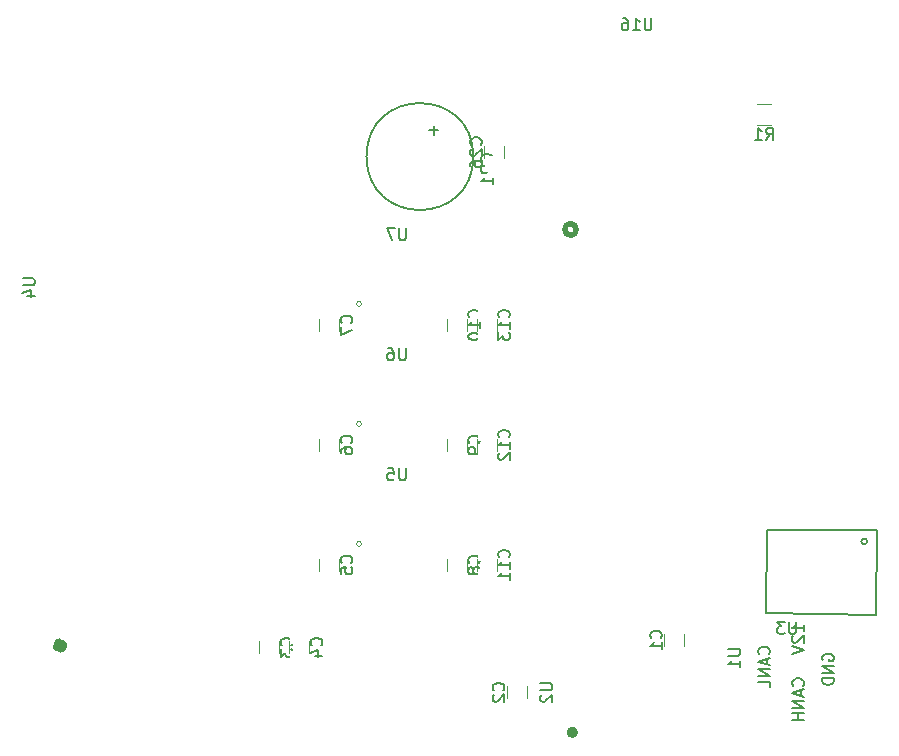
<source format=gbr>
G04 #@! TF.FileFunction,Legend,Bot*
%FSLAX46Y46*%
G04 Gerber Fmt 4.6, Leading zero omitted, Abs format (unit mm)*
G04 Created by KiCad (PCBNEW 4.0.6) date 06/14/17 00:59:11*
%MOMM*%
%LPD*%
G01*
G04 APERTURE LIST*
%ADD10C,0.100000*%
%ADD11C,0.120000*%
%ADD12C,0.150000*%
%ADD13C,0.500000*%
%ADD14C,1.000000*%
%ADD15R,1.650000X1.400000*%
%ADD16C,1.600000*%
%ADD17R,1.100000X1.700000*%
%ADD18C,1.924000*%
%ADD19R,1.700000X1.000000*%
%ADD20C,1.800000*%
%ADD21R,1.800000X0.750000*%
%ADD22R,2.381000X0.933000*%
G04 APERTURE END LIST*
D10*
D11*
X95670000Y-137025000D02*
X95670000Y-136025000D01*
X97370000Y-136025000D02*
X97370000Y-137025000D01*
X82335000Y-141470000D02*
X82335000Y-140470000D01*
X84035000Y-140470000D02*
X84035000Y-141470000D01*
X63080000Y-136660000D02*
X63080000Y-137660000D01*
X61380000Y-137660000D02*
X61380000Y-136660000D01*
X65620000Y-136660000D02*
X65620000Y-137660000D01*
X63920000Y-137660000D02*
X63920000Y-136660000D01*
X68160000Y-129675000D02*
X68160000Y-130675000D01*
X66460000Y-130675000D02*
X66460000Y-129675000D01*
X68160000Y-119515000D02*
X68160000Y-120515000D01*
X66460000Y-120515000D02*
X66460000Y-119515000D01*
X68160000Y-109355000D02*
X68160000Y-110355000D01*
X66460000Y-110355000D02*
X66460000Y-109355000D01*
X78955000Y-129675000D02*
X78955000Y-130675000D01*
X77255000Y-130675000D02*
X77255000Y-129675000D01*
X78955000Y-119515000D02*
X78955000Y-120515000D01*
X77255000Y-120515000D02*
X77255000Y-119515000D01*
X78955000Y-109355000D02*
X78955000Y-110355000D01*
X77255000Y-110355000D02*
X77255000Y-109355000D01*
X81495000Y-129675000D02*
X81495000Y-130675000D01*
X79795000Y-130675000D02*
X79795000Y-129675000D01*
X81495000Y-119515000D02*
X81495000Y-120515000D01*
X79795000Y-120515000D02*
X79795000Y-119515000D01*
X81495000Y-109355000D02*
X81495000Y-110355000D01*
X79795000Y-110355000D02*
X79795000Y-109355000D01*
X80430000Y-95750000D02*
X80430000Y-94750000D01*
X82130000Y-94750000D02*
X82130000Y-95750000D01*
D12*
X79505495Y-95605600D02*
G75*
G03X79505495Y-95605600I-4524695J0D01*
G01*
D11*
X104740000Y-91195000D02*
X103540000Y-91195000D01*
X103540000Y-92955000D02*
X104740000Y-92955000D01*
D13*
X88118176Y-144348200D02*
G75*
G03X88118176Y-144348200I-234176J0D01*
G01*
D12*
X104368600Y-127228600D02*
X113639600Y-127228600D01*
X113639600Y-127228600D02*
X113614200Y-134416800D01*
X113614200Y-134416800D02*
X104267000Y-134239000D01*
X104267000Y-134239000D02*
X104343200Y-127381000D01*
X104343200Y-127381000D02*
X104444800Y-127203200D01*
X112839166Y-128193800D02*
G75*
G03X112839166Y-128193800I-240966J0D01*
G01*
D14*
X44614392Y-137007600D02*
G75*
G03X44614392Y-137007600I-113592J0D01*
G01*
D10*
X70040126Y-128397000D02*
G75*
G03X70040126Y-128397000I-215526J0D01*
G01*
X70040126Y-118237000D02*
G75*
G03X70040126Y-118237000I-215526J0D01*
G01*
X70040126Y-108077000D02*
G75*
G03X70040126Y-108077000I-215526J0D01*
G01*
D13*
X88220179Y-101777800D02*
G75*
G03X88220179Y-101777800I-488579J0D01*
G01*
D12*
X95377143Y-136358334D02*
X95424762Y-136310715D01*
X95472381Y-136167858D01*
X95472381Y-136072620D01*
X95424762Y-135929762D01*
X95329524Y-135834524D01*
X95234286Y-135786905D01*
X95043810Y-135739286D01*
X94900952Y-135739286D01*
X94710476Y-135786905D01*
X94615238Y-135834524D01*
X94520000Y-135929762D01*
X94472381Y-136072620D01*
X94472381Y-136167858D01*
X94520000Y-136310715D01*
X94567619Y-136358334D01*
X95472381Y-137310715D02*
X95472381Y-136739286D01*
X95472381Y-137025000D02*
X94472381Y-137025000D01*
X94615238Y-136929762D01*
X94710476Y-136834524D01*
X94758095Y-136739286D01*
X82042143Y-140803334D02*
X82089762Y-140755715D01*
X82137381Y-140612858D01*
X82137381Y-140517620D01*
X82089762Y-140374762D01*
X81994524Y-140279524D01*
X81899286Y-140231905D01*
X81708810Y-140184286D01*
X81565952Y-140184286D01*
X81375476Y-140231905D01*
X81280238Y-140279524D01*
X81185000Y-140374762D01*
X81137381Y-140517620D01*
X81137381Y-140612858D01*
X81185000Y-140755715D01*
X81232619Y-140803334D01*
X81232619Y-141184286D02*
X81185000Y-141231905D01*
X81137381Y-141327143D01*
X81137381Y-141565239D01*
X81185000Y-141660477D01*
X81232619Y-141708096D01*
X81327857Y-141755715D01*
X81423095Y-141755715D01*
X81565952Y-141708096D01*
X82137381Y-141136667D01*
X82137381Y-141755715D01*
X64087143Y-136993334D02*
X64134762Y-136945715D01*
X64182381Y-136802858D01*
X64182381Y-136707620D01*
X64134762Y-136564762D01*
X64039524Y-136469524D01*
X63944286Y-136421905D01*
X63753810Y-136374286D01*
X63610952Y-136374286D01*
X63420476Y-136421905D01*
X63325238Y-136469524D01*
X63230000Y-136564762D01*
X63182381Y-136707620D01*
X63182381Y-136802858D01*
X63230000Y-136945715D01*
X63277619Y-136993334D01*
X63182381Y-137326667D02*
X63182381Y-137945715D01*
X63563333Y-137612381D01*
X63563333Y-137755239D01*
X63610952Y-137850477D01*
X63658571Y-137898096D01*
X63753810Y-137945715D01*
X63991905Y-137945715D01*
X64087143Y-137898096D01*
X64134762Y-137850477D01*
X64182381Y-137755239D01*
X64182381Y-137469524D01*
X64134762Y-137374286D01*
X64087143Y-137326667D01*
X66627143Y-136993334D02*
X66674762Y-136945715D01*
X66722381Y-136802858D01*
X66722381Y-136707620D01*
X66674762Y-136564762D01*
X66579524Y-136469524D01*
X66484286Y-136421905D01*
X66293810Y-136374286D01*
X66150952Y-136374286D01*
X65960476Y-136421905D01*
X65865238Y-136469524D01*
X65770000Y-136564762D01*
X65722381Y-136707620D01*
X65722381Y-136802858D01*
X65770000Y-136945715D01*
X65817619Y-136993334D01*
X66055714Y-137850477D02*
X66722381Y-137850477D01*
X65674762Y-137612381D02*
X66389048Y-137374286D01*
X66389048Y-137993334D01*
X69167143Y-130008334D02*
X69214762Y-129960715D01*
X69262381Y-129817858D01*
X69262381Y-129722620D01*
X69214762Y-129579762D01*
X69119524Y-129484524D01*
X69024286Y-129436905D01*
X68833810Y-129389286D01*
X68690952Y-129389286D01*
X68500476Y-129436905D01*
X68405238Y-129484524D01*
X68310000Y-129579762D01*
X68262381Y-129722620D01*
X68262381Y-129817858D01*
X68310000Y-129960715D01*
X68357619Y-130008334D01*
X68262381Y-130913096D02*
X68262381Y-130436905D01*
X68738571Y-130389286D01*
X68690952Y-130436905D01*
X68643333Y-130532143D01*
X68643333Y-130770239D01*
X68690952Y-130865477D01*
X68738571Y-130913096D01*
X68833810Y-130960715D01*
X69071905Y-130960715D01*
X69167143Y-130913096D01*
X69214762Y-130865477D01*
X69262381Y-130770239D01*
X69262381Y-130532143D01*
X69214762Y-130436905D01*
X69167143Y-130389286D01*
X69167143Y-119848334D02*
X69214762Y-119800715D01*
X69262381Y-119657858D01*
X69262381Y-119562620D01*
X69214762Y-119419762D01*
X69119524Y-119324524D01*
X69024286Y-119276905D01*
X68833810Y-119229286D01*
X68690952Y-119229286D01*
X68500476Y-119276905D01*
X68405238Y-119324524D01*
X68310000Y-119419762D01*
X68262381Y-119562620D01*
X68262381Y-119657858D01*
X68310000Y-119800715D01*
X68357619Y-119848334D01*
X68262381Y-120705477D02*
X68262381Y-120515000D01*
X68310000Y-120419762D01*
X68357619Y-120372143D01*
X68500476Y-120276905D01*
X68690952Y-120229286D01*
X69071905Y-120229286D01*
X69167143Y-120276905D01*
X69214762Y-120324524D01*
X69262381Y-120419762D01*
X69262381Y-120610239D01*
X69214762Y-120705477D01*
X69167143Y-120753096D01*
X69071905Y-120800715D01*
X68833810Y-120800715D01*
X68738571Y-120753096D01*
X68690952Y-120705477D01*
X68643333Y-120610239D01*
X68643333Y-120419762D01*
X68690952Y-120324524D01*
X68738571Y-120276905D01*
X68833810Y-120229286D01*
X69167143Y-109688334D02*
X69214762Y-109640715D01*
X69262381Y-109497858D01*
X69262381Y-109402620D01*
X69214762Y-109259762D01*
X69119524Y-109164524D01*
X69024286Y-109116905D01*
X68833810Y-109069286D01*
X68690952Y-109069286D01*
X68500476Y-109116905D01*
X68405238Y-109164524D01*
X68310000Y-109259762D01*
X68262381Y-109402620D01*
X68262381Y-109497858D01*
X68310000Y-109640715D01*
X68357619Y-109688334D01*
X68262381Y-110021667D02*
X68262381Y-110688334D01*
X69262381Y-110259762D01*
X79962143Y-130008334D02*
X80009762Y-129960715D01*
X80057381Y-129817858D01*
X80057381Y-129722620D01*
X80009762Y-129579762D01*
X79914524Y-129484524D01*
X79819286Y-129436905D01*
X79628810Y-129389286D01*
X79485952Y-129389286D01*
X79295476Y-129436905D01*
X79200238Y-129484524D01*
X79105000Y-129579762D01*
X79057381Y-129722620D01*
X79057381Y-129817858D01*
X79105000Y-129960715D01*
X79152619Y-130008334D01*
X79485952Y-130579762D02*
X79438333Y-130484524D01*
X79390714Y-130436905D01*
X79295476Y-130389286D01*
X79247857Y-130389286D01*
X79152619Y-130436905D01*
X79105000Y-130484524D01*
X79057381Y-130579762D01*
X79057381Y-130770239D01*
X79105000Y-130865477D01*
X79152619Y-130913096D01*
X79247857Y-130960715D01*
X79295476Y-130960715D01*
X79390714Y-130913096D01*
X79438333Y-130865477D01*
X79485952Y-130770239D01*
X79485952Y-130579762D01*
X79533571Y-130484524D01*
X79581190Y-130436905D01*
X79676429Y-130389286D01*
X79866905Y-130389286D01*
X79962143Y-130436905D01*
X80009762Y-130484524D01*
X80057381Y-130579762D01*
X80057381Y-130770239D01*
X80009762Y-130865477D01*
X79962143Y-130913096D01*
X79866905Y-130960715D01*
X79676429Y-130960715D01*
X79581190Y-130913096D01*
X79533571Y-130865477D01*
X79485952Y-130770239D01*
X79962143Y-119848334D02*
X80009762Y-119800715D01*
X80057381Y-119657858D01*
X80057381Y-119562620D01*
X80009762Y-119419762D01*
X79914524Y-119324524D01*
X79819286Y-119276905D01*
X79628810Y-119229286D01*
X79485952Y-119229286D01*
X79295476Y-119276905D01*
X79200238Y-119324524D01*
X79105000Y-119419762D01*
X79057381Y-119562620D01*
X79057381Y-119657858D01*
X79105000Y-119800715D01*
X79152619Y-119848334D01*
X80057381Y-120324524D02*
X80057381Y-120515000D01*
X80009762Y-120610239D01*
X79962143Y-120657858D01*
X79819286Y-120753096D01*
X79628810Y-120800715D01*
X79247857Y-120800715D01*
X79152619Y-120753096D01*
X79105000Y-120705477D01*
X79057381Y-120610239D01*
X79057381Y-120419762D01*
X79105000Y-120324524D01*
X79152619Y-120276905D01*
X79247857Y-120229286D01*
X79485952Y-120229286D01*
X79581190Y-120276905D01*
X79628810Y-120324524D01*
X79676429Y-120419762D01*
X79676429Y-120610239D01*
X79628810Y-120705477D01*
X79581190Y-120753096D01*
X79485952Y-120800715D01*
X79962143Y-109212143D02*
X80009762Y-109164524D01*
X80057381Y-109021667D01*
X80057381Y-108926429D01*
X80009762Y-108783571D01*
X79914524Y-108688333D01*
X79819286Y-108640714D01*
X79628810Y-108593095D01*
X79485952Y-108593095D01*
X79295476Y-108640714D01*
X79200238Y-108688333D01*
X79105000Y-108783571D01*
X79057381Y-108926429D01*
X79057381Y-109021667D01*
X79105000Y-109164524D01*
X79152619Y-109212143D01*
X80057381Y-110164524D02*
X80057381Y-109593095D01*
X80057381Y-109878809D02*
X79057381Y-109878809D01*
X79200238Y-109783571D01*
X79295476Y-109688333D01*
X79343095Y-109593095D01*
X79057381Y-110783571D02*
X79057381Y-110878810D01*
X79105000Y-110974048D01*
X79152619Y-111021667D01*
X79247857Y-111069286D01*
X79438333Y-111116905D01*
X79676429Y-111116905D01*
X79866905Y-111069286D01*
X79962143Y-111021667D01*
X80009762Y-110974048D01*
X80057381Y-110878810D01*
X80057381Y-110783571D01*
X80009762Y-110688333D01*
X79962143Y-110640714D01*
X79866905Y-110593095D01*
X79676429Y-110545476D01*
X79438333Y-110545476D01*
X79247857Y-110593095D01*
X79152619Y-110640714D01*
X79105000Y-110688333D01*
X79057381Y-110783571D01*
X82502143Y-129532143D02*
X82549762Y-129484524D01*
X82597381Y-129341667D01*
X82597381Y-129246429D01*
X82549762Y-129103571D01*
X82454524Y-129008333D01*
X82359286Y-128960714D01*
X82168810Y-128913095D01*
X82025952Y-128913095D01*
X81835476Y-128960714D01*
X81740238Y-129008333D01*
X81645000Y-129103571D01*
X81597381Y-129246429D01*
X81597381Y-129341667D01*
X81645000Y-129484524D01*
X81692619Y-129532143D01*
X82597381Y-130484524D02*
X82597381Y-129913095D01*
X82597381Y-130198809D02*
X81597381Y-130198809D01*
X81740238Y-130103571D01*
X81835476Y-130008333D01*
X81883095Y-129913095D01*
X82597381Y-131436905D02*
X82597381Y-130865476D01*
X82597381Y-131151190D02*
X81597381Y-131151190D01*
X81740238Y-131055952D01*
X81835476Y-130960714D01*
X81883095Y-130865476D01*
X82502143Y-119372143D02*
X82549762Y-119324524D01*
X82597381Y-119181667D01*
X82597381Y-119086429D01*
X82549762Y-118943571D01*
X82454524Y-118848333D01*
X82359286Y-118800714D01*
X82168810Y-118753095D01*
X82025952Y-118753095D01*
X81835476Y-118800714D01*
X81740238Y-118848333D01*
X81645000Y-118943571D01*
X81597381Y-119086429D01*
X81597381Y-119181667D01*
X81645000Y-119324524D01*
X81692619Y-119372143D01*
X82597381Y-120324524D02*
X82597381Y-119753095D01*
X82597381Y-120038809D02*
X81597381Y-120038809D01*
X81740238Y-119943571D01*
X81835476Y-119848333D01*
X81883095Y-119753095D01*
X81692619Y-120705476D02*
X81645000Y-120753095D01*
X81597381Y-120848333D01*
X81597381Y-121086429D01*
X81645000Y-121181667D01*
X81692619Y-121229286D01*
X81787857Y-121276905D01*
X81883095Y-121276905D01*
X82025952Y-121229286D01*
X82597381Y-120657857D01*
X82597381Y-121276905D01*
X82502143Y-109212143D02*
X82549762Y-109164524D01*
X82597381Y-109021667D01*
X82597381Y-108926429D01*
X82549762Y-108783571D01*
X82454524Y-108688333D01*
X82359286Y-108640714D01*
X82168810Y-108593095D01*
X82025952Y-108593095D01*
X81835476Y-108640714D01*
X81740238Y-108688333D01*
X81645000Y-108783571D01*
X81597381Y-108926429D01*
X81597381Y-109021667D01*
X81645000Y-109164524D01*
X81692619Y-109212143D01*
X82597381Y-110164524D02*
X82597381Y-109593095D01*
X82597381Y-109878809D02*
X81597381Y-109878809D01*
X81740238Y-109783571D01*
X81835476Y-109688333D01*
X81883095Y-109593095D01*
X81597381Y-110497857D02*
X81597381Y-111116905D01*
X81978333Y-110783571D01*
X81978333Y-110926429D01*
X82025952Y-111021667D01*
X82073571Y-111069286D01*
X82168810Y-111116905D01*
X82406905Y-111116905D01*
X82502143Y-111069286D01*
X82549762Y-111021667D01*
X82597381Y-110926429D01*
X82597381Y-110640714D01*
X82549762Y-110545476D01*
X82502143Y-110497857D01*
X80137143Y-94607143D02*
X80184762Y-94559524D01*
X80232381Y-94416667D01*
X80232381Y-94321429D01*
X80184762Y-94178571D01*
X80089524Y-94083333D01*
X79994286Y-94035714D01*
X79803810Y-93988095D01*
X79660952Y-93988095D01*
X79470476Y-94035714D01*
X79375238Y-94083333D01*
X79280000Y-94178571D01*
X79232381Y-94321429D01*
X79232381Y-94416667D01*
X79280000Y-94559524D01*
X79327619Y-94607143D01*
X79327619Y-94988095D02*
X79280000Y-95035714D01*
X79232381Y-95130952D01*
X79232381Y-95369048D01*
X79280000Y-95464286D01*
X79327619Y-95511905D01*
X79422857Y-95559524D01*
X79518095Y-95559524D01*
X79660952Y-95511905D01*
X80232381Y-94940476D01*
X80232381Y-95559524D01*
X79232381Y-96416667D02*
X79232381Y-96226190D01*
X79280000Y-96130952D01*
X79327619Y-96083333D01*
X79470476Y-95988095D01*
X79660952Y-95940476D01*
X80041905Y-95940476D01*
X80137143Y-95988095D01*
X80184762Y-96035714D01*
X80232381Y-96130952D01*
X80232381Y-96321429D01*
X80184762Y-96416667D01*
X80137143Y-96464286D01*
X80041905Y-96511905D01*
X79803810Y-96511905D01*
X79708571Y-96464286D01*
X79660952Y-96416667D01*
X79613333Y-96321429D01*
X79613333Y-96130952D01*
X79660952Y-96035714D01*
X79708571Y-95988095D01*
X79803810Y-95940476D01*
X81078343Y-96005734D02*
X81125962Y-95958115D01*
X81173581Y-95815258D01*
X81173581Y-95720020D01*
X81125962Y-95577162D01*
X81030724Y-95481924D01*
X80935486Y-95434305D01*
X80745010Y-95386686D01*
X80602152Y-95386686D01*
X80411676Y-95434305D01*
X80316438Y-95481924D01*
X80221200Y-95577162D01*
X80173581Y-95720020D01*
X80173581Y-95815258D01*
X80221200Y-95958115D01*
X80268819Y-96005734D01*
X81173581Y-96434305D02*
X80173581Y-96434305D01*
X80173581Y-96815258D01*
X80221200Y-96910496D01*
X80268819Y-96958115D01*
X80364057Y-97005734D01*
X80506914Y-97005734D01*
X80602152Y-96958115D01*
X80649771Y-96910496D01*
X80697390Y-96815258D01*
X80697390Y-96434305D01*
X81173581Y-97958115D02*
X81173581Y-97386686D01*
X81173581Y-97672400D02*
X80173581Y-97672400D01*
X80316438Y-97577162D01*
X80411676Y-97481924D01*
X80459295Y-97386686D01*
X76144429Y-93014848D02*
X76144429Y-93776753D01*
X76525381Y-93395801D02*
X75763476Y-93395801D01*
X104306666Y-94177381D02*
X104640000Y-93701190D01*
X104878095Y-94177381D02*
X104878095Y-93177381D01*
X104497142Y-93177381D01*
X104401904Y-93225000D01*
X104354285Y-93272619D01*
X104306666Y-93367857D01*
X104306666Y-93510714D01*
X104354285Y-93605952D01*
X104401904Y-93653571D01*
X104497142Y-93701190D01*
X104878095Y-93701190D01*
X103354285Y-94177381D02*
X103925714Y-94177381D01*
X103640000Y-94177381D02*
X103640000Y-93177381D01*
X103735238Y-93320238D01*
X103830476Y-93415476D01*
X103925714Y-93463095D01*
X101103181Y-137287095D02*
X101912705Y-137287095D01*
X102007943Y-137334714D01*
X102055562Y-137382333D01*
X102103181Y-137477571D01*
X102103181Y-137668048D01*
X102055562Y-137763286D01*
X102007943Y-137810905D01*
X101912705Y-137858524D01*
X101103181Y-137858524D01*
X102103181Y-138858524D02*
X102103181Y-138287095D01*
X102103181Y-138572809D02*
X101103181Y-138572809D01*
X101246038Y-138477571D01*
X101341276Y-138382333D01*
X101388895Y-138287095D01*
X109075600Y-138252296D02*
X109027981Y-138157058D01*
X109027981Y-138014201D01*
X109075600Y-137871343D01*
X109170838Y-137776105D01*
X109266076Y-137728486D01*
X109456552Y-137680867D01*
X109599410Y-137680867D01*
X109789886Y-137728486D01*
X109885124Y-137776105D01*
X109980362Y-137871343D01*
X110027981Y-138014201D01*
X110027981Y-138109439D01*
X109980362Y-138252296D01*
X109932743Y-138299915D01*
X109599410Y-138299915D01*
X109599410Y-138109439D01*
X110027981Y-138728486D02*
X109027981Y-138728486D01*
X110027981Y-139299915D01*
X109027981Y-139299915D01*
X110027981Y-139776105D02*
X109027981Y-139776105D01*
X109027981Y-140014200D01*
X109075600Y-140157058D01*
X109170838Y-140252296D01*
X109266076Y-140299915D01*
X109456552Y-140347534D01*
X109599410Y-140347534D01*
X109789886Y-140299915D01*
X109885124Y-140252296D01*
X109980362Y-140157058D01*
X110027981Y-140014200D01*
X110027981Y-139776105D01*
X107462581Y-135804353D02*
X107462581Y-135232924D01*
X107462581Y-135518638D02*
X106462581Y-135518638D01*
X106605438Y-135423400D01*
X106700676Y-135328162D01*
X106748295Y-135232924D01*
X106557819Y-136185305D02*
X106510200Y-136232924D01*
X106462581Y-136328162D01*
X106462581Y-136566258D01*
X106510200Y-136661496D01*
X106557819Y-136709115D01*
X106653057Y-136756734D01*
X106748295Y-136756734D01*
X106891152Y-136709115D01*
X107462581Y-136137686D01*
X107462581Y-136756734D01*
X106462581Y-137042448D02*
X107462581Y-137375781D01*
X106462581Y-137709115D01*
X107418143Y-140412934D02*
X107465762Y-140365315D01*
X107513381Y-140222458D01*
X107513381Y-140127220D01*
X107465762Y-139984362D01*
X107370524Y-139889124D01*
X107275286Y-139841505D01*
X107084810Y-139793886D01*
X106941952Y-139793886D01*
X106751476Y-139841505D01*
X106656238Y-139889124D01*
X106561000Y-139984362D01*
X106513381Y-140127220D01*
X106513381Y-140222458D01*
X106561000Y-140365315D01*
X106608619Y-140412934D01*
X107227667Y-140793886D02*
X107227667Y-141270077D01*
X107513381Y-140698648D02*
X106513381Y-141031981D01*
X107513381Y-141365315D01*
X107513381Y-141698648D02*
X106513381Y-141698648D01*
X107513381Y-142270077D01*
X106513381Y-142270077D01*
X107513381Y-142746267D02*
X106513381Y-142746267D01*
X106989571Y-142746267D02*
X106989571Y-143317696D01*
X107513381Y-143317696D02*
X106513381Y-143317696D01*
X104522543Y-137737981D02*
X104570162Y-137690362D01*
X104617781Y-137547505D01*
X104617781Y-137452267D01*
X104570162Y-137309409D01*
X104474924Y-137214171D01*
X104379686Y-137166552D01*
X104189210Y-137118933D01*
X104046352Y-137118933D01*
X103855876Y-137166552D01*
X103760638Y-137214171D01*
X103665400Y-137309409D01*
X103617781Y-137452267D01*
X103617781Y-137547505D01*
X103665400Y-137690362D01*
X103713019Y-137737981D01*
X104332067Y-138118933D02*
X104332067Y-138595124D01*
X104617781Y-138023695D02*
X103617781Y-138357028D01*
X104617781Y-138690362D01*
X104617781Y-139023695D02*
X103617781Y-139023695D01*
X104617781Y-139595124D01*
X103617781Y-139595124D01*
X104617781Y-140547505D02*
X104617781Y-140071314D01*
X103617781Y-140071314D01*
X85177381Y-140208095D02*
X85986905Y-140208095D01*
X86082143Y-140255714D01*
X86129762Y-140303333D01*
X86177381Y-140398571D01*
X86177381Y-140589048D01*
X86129762Y-140684286D01*
X86082143Y-140731905D01*
X85986905Y-140779524D01*
X85177381Y-140779524D01*
X85272619Y-141208095D02*
X85225000Y-141255714D01*
X85177381Y-141350952D01*
X85177381Y-141589048D01*
X85225000Y-141684286D01*
X85272619Y-141731905D01*
X85367857Y-141779524D01*
X85463095Y-141779524D01*
X85605952Y-141731905D01*
X86177381Y-141160476D01*
X86177381Y-141779524D01*
X106806905Y-135012181D02*
X106806905Y-135821705D01*
X106759286Y-135916943D01*
X106711667Y-135964562D01*
X106616429Y-136012181D01*
X106425952Y-136012181D01*
X106330714Y-135964562D01*
X106283095Y-135916943D01*
X106235476Y-135821705D01*
X106235476Y-135012181D01*
X105854524Y-135012181D02*
X105235476Y-135012181D01*
X105568810Y-135393133D01*
X105425952Y-135393133D01*
X105330714Y-135440752D01*
X105283095Y-135488371D01*
X105235476Y-135583610D01*
X105235476Y-135821705D01*
X105283095Y-135916943D01*
X105330714Y-135964562D01*
X105425952Y-136012181D01*
X105711667Y-136012181D01*
X105806905Y-135964562D01*
X105854524Y-135916943D01*
X41362381Y-105918095D02*
X42171905Y-105918095D01*
X42267143Y-105965714D01*
X42314762Y-106013333D01*
X42362381Y-106108571D01*
X42362381Y-106299048D01*
X42314762Y-106394286D01*
X42267143Y-106441905D01*
X42171905Y-106489524D01*
X41362381Y-106489524D01*
X41695714Y-107394286D02*
X42362381Y-107394286D01*
X41314762Y-107156190D02*
X42029048Y-106918095D01*
X42029048Y-107537143D01*
X73786905Y-122007381D02*
X73786905Y-122816905D01*
X73739286Y-122912143D01*
X73691667Y-122959762D01*
X73596429Y-123007381D01*
X73405952Y-123007381D01*
X73310714Y-122959762D01*
X73263095Y-122912143D01*
X73215476Y-122816905D01*
X73215476Y-122007381D01*
X72263095Y-122007381D02*
X72739286Y-122007381D01*
X72786905Y-122483571D01*
X72739286Y-122435952D01*
X72644048Y-122388333D01*
X72405952Y-122388333D01*
X72310714Y-122435952D01*
X72263095Y-122483571D01*
X72215476Y-122578810D01*
X72215476Y-122816905D01*
X72263095Y-122912143D01*
X72310714Y-122959762D01*
X72405952Y-123007381D01*
X72644048Y-123007381D01*
X72739286Y-122959762D01*
X72786905Y-122912143D01*
X73786905Y-111847381D02*
X73786905Y-112656905D01*
X73739286Y-112752143D01*
X73691667Y-112799762D01*
X73596429Y-112847381D01*
X73405952Y-112847381D01*
X73310714Y-112799762D01*
X73263095Y-112752143D01*
X73215476Y-112656905D01*
X73215476Y-111847381D01*
X72310714Y-111847381D02*
X72501191Y-111847381D01*
X72596429Y-111895000D01*
X72644048Y-111942619D01*
X72739286Y-112085476D01*
X72786905Y-112275952D01*
X72786905Y-112656905D01*
X72739286Y-112752143D01*
X72691667Y-112799762D01*
X72596429Y-112847381D01*
X72405952Y-112847381D01*
X72310714Y-112799762D01*
X72263095Y-112752143D01*
X72215476Y-112656905D01*
X72215476Y-112418810D01*
X72263095Y-112323571D01*
X72310714Y-112275952D01*
X72405952Y-112228333D01*
X72596429Y-112228333D01*
X72691667Y-112275952D01*
X72739286Y-112323571D01*
X72786905Y-112418810D01*
X73786905Y-101687381D02*
X73786905Y-102496905D01*
X73739286Y-102592143D01*
X73691667Y-102639762D01*
X73596429Y-102687381D01*
X73405952Y-102687381D01*
X73310714Y-102639762D01*
X73263095Y-102592143D01*
X73215476Y-102496905D01*
X73215476Y-101687381D01*
X72834524Y-101687381D02*
X72167857Y-101687381D01*
X72596429Y-102687381D01*
X94583095Y-83907381D02*
X94583095Y-84716905D01*
X94535476Y-84812143D01*
X94487857Y-84859762D01*
X94392619Y-84907381D01*
X94202142Y-84907381D01*
X94106904Y-84859762D01*
X94059285Y-84812143D01*
X94011666Y-84716905D01*
X94011666Y-83907381D01*
X93011666Y-84907381D02*
X93583095Y-84907381D01*
X93297381Y-84907381D02*
X93297381Y-83907381D01*
X93392619Y-84050238D01*
X93487857Y-84145476D01*
X93583095Y-84193095D01*
X92154523Y-83907381D02*
X92345000Y-83907381D01*
X92440238Y-83955000D01*
X92487857Y-84002619D01*
X92583095Y-84145476D01*
X92630714Y-84335952D01*
X92630714Y-84716905D01*
X92583095Y-84812143D01*
X92535476Y-84859762D01*
X92440238Y-84907381D01*
X92249761Y-84907381D01*
X92154523Y-84859762D01*
X92106904Y-84812143D01*
X92059285Y-84716905D01*
X92059285Y-84478810D01*
X92106904Y-84383571D01*
X92154523Y-84335952D01*
X92249761Y-84288333D01*
X92440238Y-84288333D01*
X92535476Y-84335952D01*
X92583095Y-84383571D01*
X92630714Y-84478810D01*
%LPC*%
D15*
X96520000Y-135525000D03*
X96520000Y-137525000D03*
X83185000Y-139970000D03*
X83185000Y-141970000D03*
X62230000Y-138160000D03*
X62230000Y-136160000D03*
X64770000Y-138160000D03*
X64770000Y-136160000D03*
X67310000Y-131175000D03*
X67310000Y-129175000D03*
X67310000Y-121015000D03*
X67310000Y-119015000D03*
X67310000Y-110855000D03*
X67310000Y-108855000D03*
X78105000Y-131175000D03*
X78105000Y-129175000D03*
X78105000Y-121015000D03*
X78105000Y-119015000D03*
X78105000Y-110855000D03*
X78105000Y-108855000D03*
X80645000Y-131175000D03*
X80645000Y-129175000D03*
X80645000Y-121015000D03*
X80645000Y-119015000D03*
X80645000Y-110855000D03*
X80645000Y-108855000D03*
X81280000Y-94250000D03*
X81280000Y-96250000D03*
D16*
X74930000Y-93345000D03*
X74930000Y-97845000D03*
D17*
X103190000Y-92075000D03*
X105090000Y-92075000D03*
D18*
X106045000Y-139065000D03*
X108585000Y-141605000D03*
X111125000Y-139065000D03*
X108585000Y-136525000D03*
D19*
X87850000Y-142875000D03*
X87850000Y-141605000D03*
X87850000Y-140335000D03*
X87850000Y-139065000D03*
X93150000Y-139065000D03*
X93150000Y-140335000D03*
X93150000Y-141605000D03*
X93150000Y-142875000D03*
D20*
X111125000Y-128905000D03*
X108585000Y-128905000D03*
X106045000Y-128905000D03*
X44450000Y-134620000D03*
X44450000Y-132080000D03*
X44450000Y-129540000D03*
X44450000Y-127000000D03*
X44450000Y-124460000D03*
X44450000Y-121920000D03*
X44450000Y-119380000D03*
X44450000Y-116840000D03*
X44450000Y-114300000D03*
X44450000Y-111760000D03*
X44450000Y-109220000D03*
X44450000Y-106680000D03*
X44450000Y-104140000D03*
X44450000Y-101600000D03*
X44450000Y-99060000D03*
X44450000Y-96520000D03*
X44450000Y-93980000D03*
X44450000Y-91440000D03*
X44450000Y-88900000D03*
X44450000Y-86360000D03*
X44450000Y-83820000D03*
X44450000Y-81280000D03*
X44450000Y-78740000D03*
X44450000Y-76200000D03*
X59690000Y-76200000D03*
X59690000Y-78740000D03*
X59690000Y-81280000D03*
X59690000Y-83820000D03*
X59690000Y-86360000D03*
X59690000Y-88900000D03*
X59690000Y-91440000D03*
X59690000Y-93980000D03*
X59690000Y-96520000D03*
X59690000Y-99060000D03*
X59690000Y-101600000D03*
X59690000Y-104140000D03*
X59690000Y-106680000D03*
X59690000Y-109220000D03*
X59690000Y-111760000D03*
X59690000Y-114300000D03*
X59690000Y-116840000D03*
X59690000Y-119380000D03*
X59690000Y-121920000D03*
X59690000Y-124460000D03*
X59690000Y-127000000D03*
X59690000Y-129540000D03*
X59690000Y-132080000D03*
X59690000Y-134620000D03*
D21*
X69815000Y-127620000D03*
X69815000Y-126970000D03*
X69815000Y-126320000D03*
X69815000Y-125670000D03*
X69815000Y-125020000D03*
X69815000Y-124370000D03*
X69815000Y-123720000D03*
X75565000Y-123720000D03*
X75565000Y-124370000D03*
X75565000Y-125020000D03*
X75565000Y-125670000D03*
X75565000Y-126320000D03*
X75565000Y-126970000D03*
X75565000Y-127620000D03*
X69815000Y-117460000D03*
X69815000Y-116810000D03*
X69815000Y-116160000D03*
X69815000Y-115510000D03*
X69815000Y-114860000D03*
X69815000Y-114210000D03*
X69815000Y-113560000D03*
X75565000Y-113560000D03*
X75565000Y-114210000D03*
X75565000Y-114860000D03*
X75565000Y-115510000D03*
X75565000Y-116160000D03*
X75565000Y-116810000D03*
X75565000Y-117460000D03*
X69815000Y-107300000D03*
X69815000Y-106650000D03*
X69815000Y-106000000D03*
X69815000Y-105350000D03*
X69815000Y-104700000D03*
X69815000Y-104050000D03*
X69815000Y-103400000D03*
X75565000Y-103400000D03*
X75565000Y-104050000D03*
X75565000Y-104700000D03*
X75565000Y-105350000D03*
X75565000Y-106000000D03*
X75565000Y-106650000D03*
X75565000Y-107300000D03*
D22*
X87630000Y-100330000D03*
X87630000Y-99060000D03*
X87630000Y-97790000D03*
X87630000Y-96520000D03*
X87630000Y-95250000D03*
X87630000Y-93980000D03*
X87630000Y-92710000D03*
X87630000Y-91440000D03*
X87630000Y-90170000D03*
X87630000Y-88900000D03*
X87630000Y-87630000D03*
X87630000Y-86360000D03*
X97003000Y-86360000D03*
X97003000Y-87630000D03*
X97003000Y-88900000D03*
X97003000Y-90170000D03*
X97003000Y-91440000D03*
X97003000Y-92710000D03*
X97003000Y-93980000D03*
X97003000Y-95250000D03*
X97003000Y-96520000D03*
X97003000Y-97790000D03*
X97003000Y-99060000D03*
X97003000Y-100330000D03*
D20*
X111760000Y-109220000D03*
X114300000Y-109220000D03*
X116840000Y-109220000D03*
X119380000Y-109220000D03*
X121920000Y-109220000D03*
X124460000Y-109220000D03*
X127000000Y-109220000D03*
X129540000Y-109220000D03*
X132080000Y-109220000D03*
X134620000Y-109220000D03*
X137160000Y-109220000D03*
X139700000Y-109220000D03*
X142240000Y-109220000D03*
X144780000Y-109220000D03*
X147320000Y-109220000D03*
X149860000Y-109220000D03*
X152400000Y-109220000D03*
X154940000Y-109220000D03*
X154940000Y-93980000D03*
X152400000Y-93980000D03*
X149860000Y-93980000D03*
X147320000Y-93980000D03*
X144780000Y-93980000D03*
X142240000Y-93980000D03*
X139700000Y-93980000D03*
X137160000Y-93980000D03*
X134620000Y-93980000D03*
X132080000Y-93980000D03*
X129540000Y-93980000D03*
X127000000Y-93980000D03*
X124460000Y-93980000D03*
X121920000Y-93980000D03*
X119380000Y-93980000D03*
X116840000Y-93980000D03*
X114300000Y-93980000D03*
X111760000Y-93980000D03*
X86360000Y-109140000D03*
X88900000Y-109140000D03*
X91440000Y-109140000D03*
X93980000Y-109140000D03*
X96520000Y-109140000D03*
X96520000Y-78740000D03*
X93980000Y-78740000D03*
X91440000Y-78740000D03*
X88900000Y-78740000D03*
X86360000Y-78740000D03*
M02*

</source>
